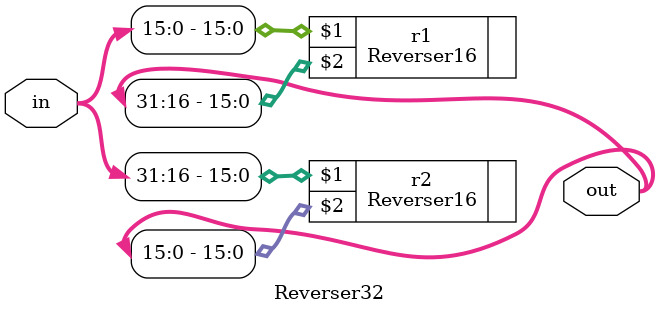
<source format=v>
`timescale 1ns / 1ps
module Reverser32(
	input [31:0]in,
	output [31:0]out);
	
	Reverser16 r1(in[15:0], out[31:16]);
	Reverser16 r2(in[31:16], out[15:0]);

endmodule

</source>
